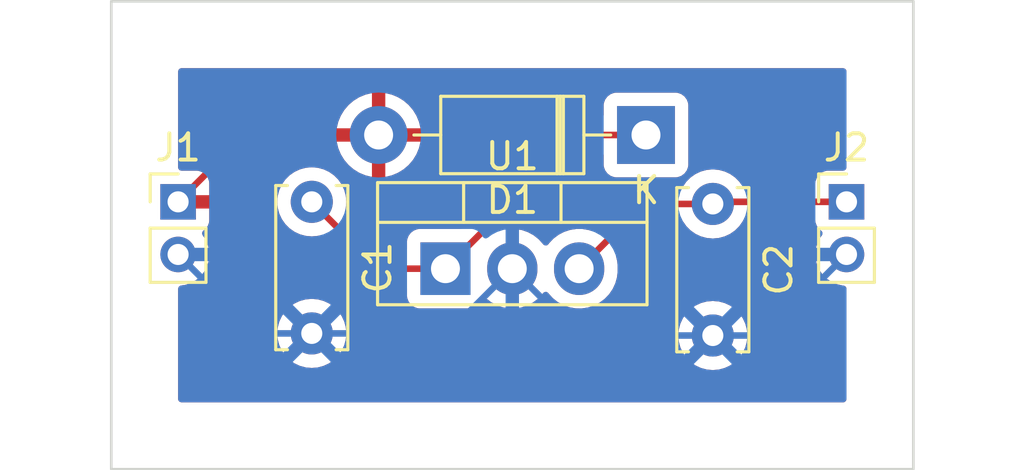
<source format=kicad_pcb>
(kicad_pcb (version 20211014) (generator pcbnew)
  (layers (0 "F.Cu" signal) (31 "B.Cu" signal) (34 "B.Paste" user) (35 "F.Paste" user) (36 "B.SilkS" user "B.Silkscreen") (37 "F.SilkS" user "F.Silkscreen") (38 "B.Mask" user) (39 "F.Mask" user) (44 "Edge.Cuts" user))
  (net 0 "")
  (net 1 "Net-(C1-Pad1)")
  (net 2 "GND")
  (net 3 "Net-(C2-Pad1)")
  (net 4 "+24V")
  (footprint "Package_TO_SOT_THT:TO-220-3_Vertical" (layer "F.Cu") (at 134.62 99.06)
    (fp_text reference "U1" (at 2.54 -4.27) (layer "F.SilkS"))
    (fp_text value "LM7812_TO220")
    (fp_line (start 0.69 -3.27) (end 0.69 -1.76) (layer "F.SilkS") (width 0.12))
    (fp_line (start 7.66 -3.27) (end 7.66 1.371) (layer "F.SilkS") (width 0.12))
    (fp_line (start -2.58 -3.27) (end 7.66 -3.27) (layer "F.SilkS") (width 0.12))
    (fp_line (start 4.391 -3.27) (end 4.391 -1.76) (layer "F.SilkS") (width 0.12))
    (fp_line (start -2.58 -1.76) (end 7.66 -1.76) (layer "F.SilkS") (width 0.12))
    (fp_line (start -2.58 -3.27) (end -2.58 1.371) (layer "F.SilkS") (width 0.12))
    (fp_line (start -2.58 1.371) (end 7.66 1.371) (layer "F.SilkS") (width 0.12))
    (pad "1" thru_hole rect (at 0 0) (size 1.905 2) (drill 1.1) (layers *.Cu *.Mask) (net 1 "Net-(C1-Pad1)"))
    (pad "2" thru_hole oval (at 2.54 0) (size 1.905 2) (drill 1.1) (layers *.Cu *.Mask) (net 2 "GND"))
    (pad "3" thru_hole oval (at 5.08 0) (size 1.905 2) (drill 1.1) (layers *.Cu *.Mask) (net 3 "Net-(C2-Pad1)"))
  )
  (footprint "Diode_THT:D_DO-41_SOD81_P10.16mm_Horizontal" (layer "F.Cu") (at 142.24 93.98 180)
    (fp_text reference "D1" (at 5.08 -2.47) (layer "F.SilkS"))
    (fp_text value "1N4002")
    (fp_text user "K" (at 0 -2.1) (layer "F.SilkS"))
    (fp_line (start 7.8 1.47) (end 7.8 -1.47) (layer "F.SilkS") (width 0.12))
    (fp_line (start 3.26 -1.47) (end 3.26 1.47) (layer "F.SilkS") (width 0.12))
    (fp_line (start 1.34 0) (end 2.36 0) (layer "F.SilkS") (width 0.12))
    (fp_line (start 3.14 -1.47) (end 3.14 1.47) (layer "F.SilkS") (width 0.12))
    (fp_line (start 2.36 -1.47) (end 2.36 1.47) (layer "F.SilkS") (width 0.12))
    (fp_line (start 2.36 1.47) (end 7.8 1.47) (layer "F.SilkS") (width 0.12))
    (fp_line (start 3.38 -1.47) (end 3.38 1.47) (layer "F.SilkS") (width 0.12))
    (fp_line (start 7.8 -1.47) (end 2.36 -1.47) (layer "F.SilkS") (width 0.12))
    (fp_line (start 8.82 0) (end 7.8 0) (layer "F.SilkS") (width 0.12))
    (pad "1" thru_hole rect (at 0 0 180) (size 2.2 2.2) (drill 1.1) (layers *.Cu *.Mask) (net 1 "Net-(C1-Pad1)"))
    (pad "2" thru_hole oval (at 10.16 0 180) (size 2.2 2.2) (drill 1.1) (layers *.Cu *.Mask) (net 4 "+24V"))
  )
  (footprint "Capacitor_THT:C_Disc_D6.0mm_W2.5mm_P5.00mm" (layer "F.Cu") (at 144.78 96.6 -90)
    (fp_text reference "C2" (at 2.5 -2.5 90) (layer "F.SilkS"))
    (fp_text value "C")
    (fp_line (start -0.62 1.37) (end 5.62 1.37) (layer "F.SilkS") (width 0.12))
    (fp_line (start -0.62 -1.37) (end 5.62 -1.37) (layer "F.SilkS") (width 0.12))
    (fp_line (start 5.62 0.925) (end 5.62 1.37) (layer "F.SilkS") (width 0.12))
    (fp_line (start 5.62 -1.37) (end 5.62 -0.925) (layer "F.SilkS") (width 0.12))
    (fp_line (start -0.62 0.925) (end -0.62 1.37) (layer "F.SilkS") (width 0.12))
    (fp_line (start -0.62 -1.37) (end -0.62 -0.925) (layer "F.SilkS") (width 0.12))
    (pad "1" thru_hole circle (at 0 0 270) (size 1.6 1.6) (drill 0.8) (layers *.Cu *.Mask) (net 3 "Net-(C2-Pad1)"))
    (pad "2" thru_hole circle (at 5 0 270) (size 1.6 1.6) (drill 0.8) (layers *.Cu *.Mask) (net 2 "GND"))
  )
  (footprint "Connector_PinHeader_2.00mm:PinHeader_1x02_P2.00mm_Vertical" (layer "F.Cu") (at 124.46 96.52)
    (fp_text reference "J1" (at 0 -2.06) (layer "F.SilkS"))
    (fp_text value "Conn_01x02_Male")
    (fp_line (start 1.06 1) (end 1.06 3.06) (layer "F.SilkS") (width 0.12))
    (fp_line (start -1.06 0) (end -1.06 -1.06) (layer "F.SilkS") (width 0.12))
    (fp_line (start -1.06 1) (end 1.06 1) (layer "F.SilkS") (width 0.12))
    (fp_line (start -1.06 -1.06) (end 0 -1.06) (layer "F.SilkS") (width 0.12))
    (fp_line (start -1.06 3.06) (end 1.06 3.06) (layer "F.SilkS") (width 0.12))
    (fp_line (start -1.06 1) (end -1.06 3.06) (layer "F.SilkS") (width 0.12))
    (pad "1" thru_hole rect (at 0 0) (size 1.35 1.35) (drill 0.8) (layers *.Cu *.Mask) (net 4 "+24V"))
    (pad "2" thru_hole oval (at 0 2) (size 1.35 1.35) (drill 0.8) (layers *.Cu *.Mask) (net 2 "GND"))
  )
  (footprint "Connector_PinHeader_2.00mm:PinHeader_1x02_P2.00mm_Vertical" (layer "F.Cu") (at 149.86 96.52)
    (fp_text reference "J2" (at 0 -2.06) (layer "F.SilkS"))
    (fp_text value "Conn_01x02_Male")
    (fp_line (start -1.06 0) (end -1.06 -1.06) (layer "F.SilkS") (width 0.12))
    (fp_line (start -1.06 3.06) (end 1.06 3.06) (layer "F.SilkS") (width 0.12))
    (fp_line (start -1.06 1) (end 1.06 1) (layer "F.SilkS") (width 0.12))
    (fp_line (start -1.06 -1.06) (end 0 -1.06) (layer "F.SilkS") (width 0.12))
    (fp_line (start 1.06 1) (end 1.06 3.06) (layer "F.SilkS") (width 0.12))
    (fp_line (start -1.06 1) (end -1.06 3.06) (layer "F.SilkS") (width 0.12))
    (pad "1" thru_hole rect (at 0 0) (size 1.35 1.35) (drill 0.8) (layers *.Cu *.Mask) (net 3 "Net-(C2-Pad1)"))
    (pad "2" thru_hole oval (at 0 2) (size 1.35 1.35) (drill 0.8) (layers *.Cu *.Mask) (net 2 "GND"))
  )
  (footprint "Capacitor_THT:C_Disc_D6.0mm_W2.5mm_P5.00mm" (layer "F.Cu") (at 129.54 96.52 -90)
    (fp_text reference "C1" (at 2.5 -2.5 90) (layer "F.SilkS"))
    (fp_text value "C")
    (fp_line (start -0.62 -1.37) (end -0.62 -0.925) (layer "F.SilkS") (width 0.12))
    (fp_line (start -0.62 -1.37) (end 5.62 -1.37) (layer "F.SilkS") (width 0.12))
    (fp_line (start 5.62 0.925) (end 5.62 1.37) (layer "F.SilkS") (width 0.12))
    (fp_line (start -0.62 1.37) (end 5.62 1.37) (layer "F.SilkS") (width 0.12))
    (fp_line (start -0.62 0.925) (end -0.62 1.37) (layer "F.SilkS") (width 0.12))
    (fp_line (start 5.62 -1.37) (end 5.62 -0.925) (layer "F.SilkS") (width 0.12))
    (pad "1" thru_hole circle (at 0 0 270) (size 1.6 1.6) (drill 0.8) (layers *.Cu *.Mask) (net 1 "Net-(C1-Pad1)"))
    (pad "2" thru_hole circle (at 5 0 270) (size 1.6 1.6) (drill 0.8) (layers *.Cu *.Mask) (net 2 "GND"))
  )
  (gr_rect (start 121.92 88.9) (end 152.4 106.68) (layer "Edge.Cuts") (width 0.1) (fill none))
  (segment (start 134.62 99.06) (end 132.08 99.06) (width 0.25) (layer "F.Cu") (net 1))
  (segment (start 132.08 99.06) (end 129.54 96.52) (width 0.25) (layer "F.Cu") (net 1))
  (segment (start 139.7 93.98) (end 134.62 99.06) (width 0.25) (layer "F.Cu") (net 1))
  (segment (start 142.24 93.98) (end 139.7 93.98) (width 0.25) (layer "F.Cu") (net 1))
  (segment (start 134.7 101.52) (end 137.16 99.06) (width 0.25) (layer "B.Cu") (net 2))
  (segment (start 137.16 99.06) (end 139.7 101.6) (width 0.25) (layer "B.Cu") (net 2))
  (segment (start 124.46 98.52) (end 127.46 101.52) (width 0.25) (layer "B.Cu") (net 2))
  (segment (start 144.78 101.6) (end 146.78 101.6) (width 0.25) (layer "B.Cu") (net 2))
  (segment (start 129.54 101.52) (end 134.7 101.52) (width 0.25) (layer "B.Cu") (net 2))
  (segment (start 127.46 101.52) (end 129.54 101.52) (width 0.25) (layer "B.Cu") (net 2))
  (segment (start 139.7 101.6) (end 144.78 101.6) (width 0.25) (layer "B.Cu") (net 2))
  (segment (start 146.78 101.6) (end 149.86 98.52) (width 0.25) (layer "B.Cu") (net 2))
  (segment (start 144.86 96.52) (end 144.78 96.6) (width 0.25) (layer "F.Cu") (net 3))
  (segment (start 142.16 96.6) (end 139.7 99.06) (width 0.25) (layer "F.Cu") (net 3))
  (segment (start 144.78 96.6) (end 142.16 96.6) (width 0.25) (layer "F.Cu") (net 3))
  (segment (start 149.86 96.52) (end 144.86 96.52) (width 0.25) (layer "F.Cu") (net 3))
  (segment (start 127 93.98) (end 132.08 93.98) (width 0.25) (layer "F.Cu") (net 4))
  (segment (start 124.46 96.52) (end 127 93.98) (width 0.25) (layer "F.Cu") (net 4))
  (zone (net 4) (net_name "+24V") (layer "F.Cu") (connect_pads (clearance 0.508)) (min_thickness 0.254) (fill yes (thermal_gap 0.508) (thermal_bridge_width 0.508))
    (polygon (pts (xy 149.86 104.14) (xy 124.46 104.14) (xy 124.46 91.44) (xy 149.86 91.44)))
  )
  (zone (net 2) (net_name "GND") (layer "B.Cu") (connect_pads (clearance 0.508)) (min_thickness 0.254) (fill yes (thermal_gap 0.508) (thermal_bridge_width 0.508))
    (polygon (pts (xy 149.86 104.14) (xy 124.46 104.14) (xy 124.46 91.44) (xy 149.86 91.44)))
  )
)
</source>
